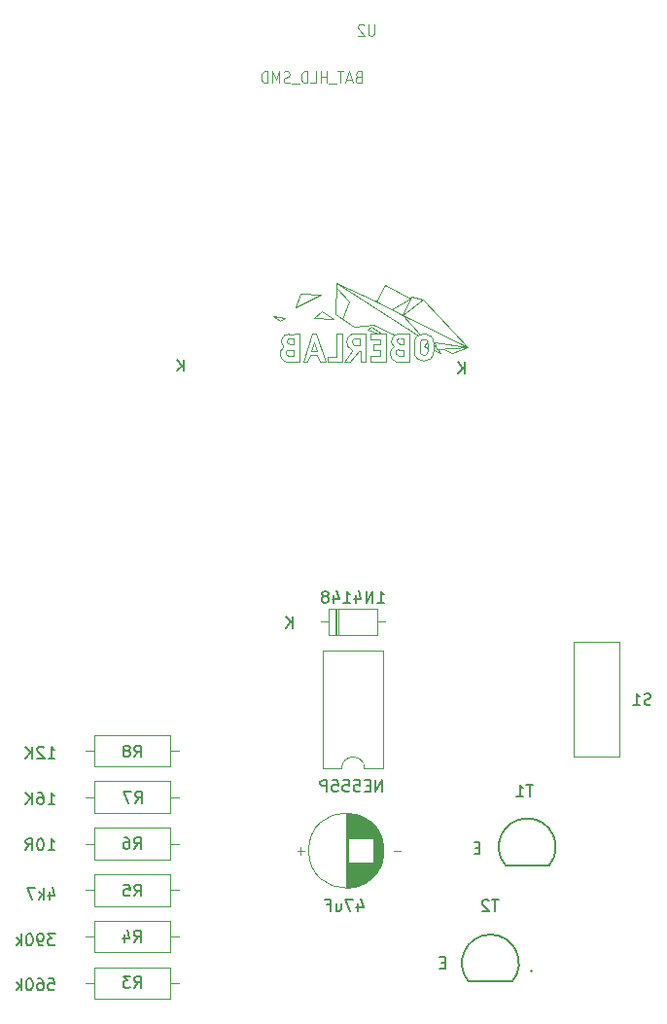
<source format=gbr>
%TF.GenerationSoftware,KiCad,Pcbnew,9.0.6*%
%TF.CreationDate,2025-12-13T06:32:17+01:00*%
%TF.ProjectId,Rocket,526f636b-6574-42e6-9b69-6361645f7063,rev?*%
%TF.SameCoordinates,Original*%
%TF.FileFunction,Legend,Bot*%
%TF.FilePolarity,Positive*%
%FSLAX46Y46*%
G04 Gerber Fmt 4.6, Leading zero omitted, Abs format (unit mm)*
G04 Created by KiCad (PCBNEW 9.0.6) date 2025-12-13 06:32:17*
%MOMM*%
%LPD*%
G01*
G04 APERTURE LIST*
%ADD10C,0.150000*%
%ADD11C,0.050000*%
%ADD12C,0.120000*%
%ADD13C,0.010000*%
G04 APERTURE END LIST*
D10*
X170324893Y-120600456D02*
G75*
G02*
X174110850Y-120583927I1885957J1616536D01*
G01*
X167114047Y-130716532D02*
X170900000Y-130700000D01*
X170324894Y-120600456D02*
X174110847Y-120583924D01*
X167114046Y-130716532D02*
G75*
G02*
X170900000Y-130700000I1885954J1616532D01*
G01*
X165063220Y-129046009D02*
X164729887Y-129046009D01*
X164587030Y-129569819D02*
X165063220Y-129569819D01*
X165063220Y-129569819D02*
X165063220Y-128569819D01*
X165063220Y-128569819D02*
X164587030Y-128569819D01*
X172706077Y-113569819D02*
X172134649Y-113569819D01*
X172420363Y-114569819D02*
X172420363Y-113569819D01*
X171277506Y-114569819D02*
X171848934Y-114569819D01*
X171563220Y-114569819D02*
X171563220Y-113569819D01*
X171563220Y-113569819D02*
X171658458Y-113712676D01*
X171658458Y-113712676D02*
X171753696Y-113807914D01*
X171753696Y-113807914D02*
X171848934Y-113855533D01*
X168063220Y-119046009D02*
X167729887Y-119046009D01*
X167587030Y-119569819D02*
X168063220Y-119569819D01*
X168063220Y-119569819D02*
X168063220Y-118569819D01*
X168063220Y-118569819D02*
X167587030Y-118569819D01*
X142261904Y-76545180D02*
X142261904Y-77545180D01*
X141690476Y-76545180D02*
X142119047Y-77116609D01*
X141690476Y-77545180D02*
X142261904Y-76973752D01*
X169706077Y-123569819D02*
X169134649Y-123569819D01*
X169420363Y-124569819D02*
X169420363Y-123569819D01*
X168848934Y-123665057D02*
X168801315Y-123617438D01*
X168801315Y-123617438D02*
X168706077Y-123569819D01*
X168706077Y-123569819D02*
X168467982Y-123569819D01*
X168467982Y-123569819D02*
X168372744Y-123617438D01*
X168372744Y-123617438D02*
X168325125Y-123665057D01*
X168325125Y-123665057D02*
X168277506Y-123760295D01*
X168277506Y-123760295D02*
X168277506Y-123855533D01*
X168277506Y-123855533D02*
X168325125Y-123998390D01*
X168325125Y-123998390D02*
X168896553Y-124569819D01*
X168896553Y-124569819D02*
X168277506Y-124569819D01*
X166761904Y-76745180D02*
X166761904Y-77745180D01*
X166190476Y-76745180D02*
X166619047Y-77316609D01*
X166190476Y-77745180D02*
X166761904Y-77173752D01*
X159176757Y-97728319D02*
X159748185Y-97728319D01*
X159462471Y-97728319D02*
X159462471Y-96728319D01*
X159462471Y-96728319D02*
X159557709Y-96871176D01*
X159557709Y-96871176D02*
X159652947Y-96966414D01*
X159652947Y-96966414D02*
X159748185Y-97014033D01*
X158748185Y-97728319D02*
X158748185Y-96728319D01*
X158748185Y-96728319D02*
X158176757Y-97728319D01*
X158176757Y-97728319D02*
X158176757Y-96728319D01*
X157271995Y-97061652D02*
X157271995Y-97728319D01*
X157510090Y-96680700D02*
X157748185Y-97394985D01*
X157748185Y-97394985D02*
X157129138Y-97394985D01*
X156224376Y-97728319D02*
X156795804Y-97728319D01*
X156510090Y-97728319D02*
X156510090Y-96728319D01*
X156510090Y-96728319D02*
X156605328Y-96871176D01*
X156605328Y-96871176D02*
X156700566Y-96966414D01*
X156700566Y-96966414D02*
X156795804Y-97014033D01*
X155367233Y-97061652D02*
X155367233Y-97728319D01*
X155605328Y-96680700D02*
X155843423Y-97394985D01*
X155843423Y-97394985D02*
X155224376Y-97394985D01*
X154700566Y-97156890D02*
X154795804Y-97109271D01*
X154795804Y-97109271D02*
X154843423Y-97061652D01*
X154843423Y-97061652D02*
X154891042Y-96966414D01*
X154891042Y-96966414D02*
X154891042Y-96918795D01*
X154891042Y-96918795D02*
X154843423Y-96823557D01*
X154843423Y-96823557D02*
X154795804Y-96775938D01*
X154795804Y-96775938D02*
X154700566Y-96728319D01*
X154700566Y-96728319D02*
X154510090Y-96728319D01*
X154510090Y-96728319D02*
X154414852Y-96775938D01*
X154414852Y-96775938D02*
X154367233Y-96823557D01*
X154367233Y-96823557D02*
X154319614Y-96918795D01*
X154319614Y-96918795D02*
X154319614Y-96966414D01*
X154319614Y-96966414D02*
X154367233Y-97061652D01*
X154367233Y-97061652D02*
X154414852Y-97109271D01*
X154414852Y-97109271D02*
X154510090Y-97156890D01*
X154510090Y-97156890D02*
X154700566Y-97156890D01*
X154700566Y-97156890D02*
X154795804Y-97204509D01*
X154795804Y-97204509D02*
X154843423Y-97252128D01*
X154843423Y-97252128D02*
X154891042Y-97347366D01*
X154891042Y-97347366D02*
X154891042Y-97537842D01*
X154891042Y-97537842D02*
X154843423Y-97633080D01*
X154843423Y-97633080D02*
X154795804Y-97680700D01*
X154795804Y-97680700D02*
X154700566Y-97728319D01*
X154700566Y-97728319D02*
X154510090Y-97728319D01*
X154510090Y-97728319D02*
X154414852Y-97680700D01*
X154414852Y-97680700D02*
X154367233Y-97633080D01*
X154367233Y-97633080D02*
X154319614Y-97537842D01*
X154319614Y-97537842D02*
X154319614Y-97347366D01*
X154319614Y-97347366D02*
X154367233Y-97252128D01*
X154367233Y-97252128D02*
X154414852Y-97204509D01*
X154414852Y-97204509D02*
X154510090Y-97156890D01*
X151761904Y-99954819D02*
X151761904Y-98954819D01*
X151190476Y-99954819D02*
X151619047Y-99383390D01*
X151190476Y-98954819D02*
X151761904Y-99526247D01*
X159566666Y-114154819D02*
X159566666Y-113154819D01*
X159566666Y-113154819D02*
X158995238Y-114154819D01*
X158995238Y-114154819D02*
X158995238Y-113154819D01*
X158519047Y-113631009D02*
X158185714Y-113631009D01*
X158042857Y-114154819D02*
X158519047Y-114154819D01*
X158519047Y-114154819D02*
X158519047Y-113154819D01*
X158519047Y-113154819D02*
X158042857Y-113154819D01*
X157138095Y-113154819D02*
X157614285Y-113154819D01*
X157614285Y-113154819D02*
X157661904Y-113631009D01*
X157661904Y-113631009D02*
X157614285Y-113583390D01*
X157614285Y-113583390D02*
X157519047Y-113535771D01*
X157519047Y-113535771D02*
X157280952Y-113535771D01*
X157280952Y-113535771D02*
X157185714Y-113583390D01*
X157185714Y-113583390D02*
X157138095Y-113631009D01*
X157138095Y-113631009D02*
X157090476Y-113726247D01*
X157090476Y-113726247D02*
X157090476Y-113964342D01*
X157090476Y-113964342D02*
X157138095Y-114059580D01*
X157138095Y-114059580D02*
X157185714Y-114107200D01*
X157185714Y-114107200D02*
X157280952Y-114154819D01*
X157280952Y-114154819D02*
X157519047Y-114154819D01*
X157519047Y-114154819D02*
X157614285Y-114107200D01*
X157614285Y-114107200D02*
X157661904Y-114059580D01*
X156185714Y-113154819D02*
X156661904Y-113154819D01*
X156661904Y-113154819D02*
X156709523Y-113631009D01*
X156709523Y-113631009D02*
X156661904Y-113583390D01*
X156661904Y-113583390D02*
X156566666Y-113535771D01*
X156566666Y-113535771D02*
X156328571Y-113535771D01*
X156328571Y-113535771D02*
X156233333Y-113583390D01*
X156233333Y-113583390D02*
X156185714Y-113631009D01*
X156185714Y-113631009D02*
X156138095Y-113726247D01*
X156138095Y-113726247D02*
X156138095Y-113964342D01*
X156138095Y-113964342D02*
X156185714Y-114059580D01*
X156185714Y-114059580D02*
X156233333Y-114107200D01*
X156233333Y-114107200D02*
X156328571Y-114154819D01*
X156328571Y-114154819D02*
X156566666Y-114154819D01*
X156566666Y-114154819D02*
X156661904Y-114107200D01*
X156661904Y-114107200D02*
X156709523Y-114059580D01*
X155233333Y-113154819D02*
X155709523Y-113154819D01*
X155709523Y-113154819D02*
X155757142Y-113631009D01*
X155757142Y-113631009D02*
X155709523Y-113583390D01*
X155709523Y-113583390D02*
X155614285Y-113535771D01*
X155614285Y-113535771D02*
X155376190Y-113535771D01*
X155376190Y-113535771D02*
X155280952Y-113583390D01*
X155280952Y-113583390D02*
X155233333Y-113631009D01*
X155233333Y-113631009D02*
X155185714Y-113726247D01*
X155185714Y-113726247D02*
X155185714Y-113964342D01*
X155185714Y-113964342D02*
X155233333Y-114059580D01*
X155233333Y-114059580D02*
X155280952Y-114107200D01*
X155280952Y-114107200D02*
X155376190Y-114154819D01*
X155376190Y-114154819D02*
X155614285Y-114154819D01*
X155614285Y-114154819D02*
X155709523Y-114107200D01*
X155709523Y-114107200D02*
X155757142Y-114059580D01*
X154757142Y-114154819D02*
X154757142Y-113154819D01*
X154757142Y-113154819D02*
X154376190Y-113154819D01*
X154376190Y-113154819D02*
X154280952Y-113202438D01*
X154280952Y-113202438D02*
X154233333Y-113250057D01*
X154233333Y-113250057D02*
X154185714Y-113345295D01*
X154185714Y-113345295D02*
X154185714Y-113488152D01*
X154185714Y-113488152D02*
X154233333Y-113583390D01*
X154233333Y-113583390D02*
X154280952Y-113631009D01*
X154280952Y-113631009D02*
X154376190Y-113678628D01*
X154376190Y-113678628D02*
X154757142Y-113678628D01*
X137986666Y-123254819D02*
X138319999Y-122778628D01*
X138558094Y-123254819D02*
X138558094Y-122254819D01*
X138558094Y-122254819D02*
X138177142Y-122254819D01*
X138177142Y-122254819D02*
X138081904Y-122302438D01*
X138081904Y-122302438D02*
X138034285Y-122350057D01*
X138034285Y-122350057D02*
X137986666Y-122445295D01*
X137986666Y-122445295D02*
X137986666Y-122588152D01*
X137986666Y-122588152D02*
X138034285Y-122683390D01*
X138034285Y-122683390D02*
X138081904Y-122731009D01*
X138081904Y-122731009D02*
X138177142Y-122778628D01*
X138177142Y-122778628D02*
X138558094Y-122778628D01*
X137081904Y-122254819D02*
X137558094Y-122254819D01*
X137558094Y-122254819D02*
X137605713Y-122731009D01*
X137605713Y-122731009D02*
X137558094Y-122683390D01*
X137558094Y-122683390D02*
X137462856Y-122635771D01*
X137462856Y-122635771D02*
X137224761Y-122635771D01*
X137224761Y-122635771D02*
X137129523Y-122683390D01*
X137129523Y-122683390D02*
X137081904Y-122731009D01*
X137081904Y-122731009D02*
X137034285Y-122826247D01*
X137034285Y-122826247D02*
X137034285Y-123064342D01*
X137034285Y-123064342D02*
X137081904Y-123159580D01*
X137081904Y-123159580D02*
X137129523Y-123207200D01*
X137129523Y-123207200D02*
X137224761Y-123254819D01*
X137224761Y-123254819D02*
X137462856Y-123254819D01*
X137462856Y-123254819D02*
X137558094Y-123207200D01*
X137558094Y-123207200D02*
X137605713Y-123159580D01*
X130590476Y-122888152D02*
X130590476Y-123554819D01*
X130828571Y-122507200D02*
X131066666Y-123221485D01*
X131066666Y-123221485D02*
X130447619Y-123221485D01*
X130066666Y-123554819D02*
X130066666Y-122554819D01*
X129971428Y-123173866D02*
X129685714Y-123554819D01*
X129685714Y-122888152D02*
X130066666Y-123269104D01*
X129352380Y-122554819D02*
X128685714Y-122554819D01*
X128685714Y-122554819D02*
X129114285Y-123554819D01*
X137986666Y-131254819D02*
X138319999Y-130778628D01*
X138558094Y-131254819D02*
X138558094Y-130254819D01*
X138558094Y-130254819D02*
X138177142Y-130254819D01*
X138177142Y-130254819D02*
X138081904Y-130302438D01*
X138081904Y-130302438D02*
X138034285Y-130350057D01*
X138034285Y-130350057D02*
X137986666Y-130445295D01*
X137986666Y-130445295D02*
X137986666Y-130588152D01*
X137986666Y-130588152D02*
X138034285Y-130683390D01*
X138034285Y-130683390D02*
X138081904Y-130731009D01*
X138081904Y-130731009D02*
X138177142Y-130778628D01*
X138177142Y-130778628D02*
X138558094Y-130778628D01*
X137653332Y-130254819D02*
X137034285Y-130254819D01*
X137034285Y-130254819D02*
X137367618Y-130635771D01*
X137367618Y-130635771D02*
X137224761Y-130635771D01*
X137224761Y-130635771D02*
X137129523Y-130683390D01*
X137129523Y-130683390D02*
X137081904Y-130731009D01*
X137081904Y-130731009D02*
X137034285Y-130826247D01*
X137034285Y-130826247D02*
X137034285Y-131064342D01*
X137034285Y-131064342D02*
X137081904Y-131159580D01*
X137081904Y-131159580D02*
X137129523Y-131207200D01*
X137129523Y-131207200D02*
X137224761Y-131254819D01*
X137224761Y-131254819D02*
X137510475Y-131254819D01*
X137510475Y-131254819D02*
X137605713Y-131207200D01*
X137605713Y-131207200D02*
X137653332Y-131159580D01*
X130519047Y-130454819D02*
X130995237Y-130454819D01*
X130995237Y-130454819D02*
X131042856Y-130931009D01*
X131042856Y-130931009D02*
X130995237Y-130883390D01*
X130995237Y-130883390D02*
X130899999Y-130835771D01*
X130899999Y-130835771D02*
X130661904Y-130835771D01*
X130661904Y-130835771D02*
X130566666Y-130883390D01*
X130566666Y-130883390D02*
X130519047Y-130931009D01*
X130519047Y-130931009D02*
X130471428Y-131026247D01*
X130471428Y-131026247D02*
X130471428Y-131264342D01*
X130471428Y-131264342D02*
X130519047Y-131359580D01*
X130519047Y-131359580D02*
X130566666Y-131407200D01*
X130566666Y-131407200D02*
X130661904Y-131454819D01*
X130661904Y-131454819D02*
X130899999Y-131454819D01*
X130899999Y-131454819D02*
X130995237Y-131407200D01*
X130995237Y-131407200D02*
X131042856Y-131359580D01*
X129614285Y-130454819D02*
X129804761Y-130454819D01*
X129804761Y-130454819D02*
X129899999Y-130502438D01*
X129899999Y-130502438D02*
X129947618Y-130550057D01*
X129947618Y-130550057D02*
X130042856Y-130692914D01*
X130042856Y-130692914D02*
X130090475Y-130883390D01*
X130090475Y-130883390D02*
X130090475Y-131264342D01*
X130090475Y-131264342D02*
X130042856Y-131359580D01*
X130042856Y-131359580D02*
X129995237Y-131407200D01*
X129995237Y-131407200D02*
X129899999Y-131454819D01*
X129899999Y-131454819D02*
X129709523Y-131454819D01*
X129709523Y-131454819D02*
X129614285Y-131407200D01*
X129614285Y-131407200D02*
X129566666Y-131359580D01*
X129566666Y-131359580D02*
X129519047Y-131264342D01*
X129519047Y-131264342D02*
X129519047Y-131026247D01*
X129519047Y-131026247D02*
X129566666Y-130931009D01*
X129566666Y-130931009D02*
X129614285Y-130883390D01*
X129614285Y-130883390D02*
X129709523Y-130835771D01*
X129709523Y-130835771D02*
X129899999Y-130835771D01*
X129899999Y-130835771D02*
X129995237Y-130883390D01*
X129995237Y-130883390D02*
X130042856Y-130931009D01*
X130042856Y-130931009D02*
X130090475Y-131026247D01*
X128899999Y-130454819D02*
X128804761Y-130454819D01*
X128804761Y-130454819D02*
X128709523Y-130502438D01*
X128709523Y-130502438D02*
X128661904Y-130550057D01*
X128661904Y-130550057D02*
X128614285Y-130645295D01*
X128614285Y-130645295D02*
X128566666Y-130835771D01*
X128566666Y-130835771D02*
X128566666Y-131073866D01*
X128566666Y-131073866D02*
X128614285Y-131264342D01*
X128614285Y-131264342D02*
X128661904Y-131359580D01*
X128661904Y-131359580D02*
X128709523Y-131407200D01*
X128709523Y-131407200D02*
X128804761Y-131454819D01*
X128804761Y-131454819D02*
X128899999Y-131454819D01*
X128899999Y-131454819D02*
X128995237Y-131407200D01*
X128995237Y-131407200D02*
X129042856Y-131359580D01*
X129042856Y-131359580D02*
X129090475Y-131264342D01*
X129090475Y-131264342D02*
X129138094Y-131073866D01*
X129138094Y-131073866D02*
X129138094Y-130835771D01*
X129138094Y-130835771D02*
X129090475Y-130645295D01*
X129090475Y-130645295D02*
X129042856Y-130550057D01*
X129042856Y-130550057D02*
X128995237Y-130502438D01*
X128995237Y-130502438D02*
X128899999Y-130454819D01*
X128138094Y-131454819D02*
X128138094Y-130454819D01*
X128042856Y-131073866D02*
X127757142Y-131454819D01*
X127757142Y-130788152D02*
X128138094Y-131169104D01*
X157466666Y-123888152D02*
X157466666Y-124554819D01*
X157704761Y-123507200D02*
X157942856Y-124221485D01*
X157942856Y-124221485D02*
X157323809Y-124221485D01*
X157038094Y-123554819D02*
X156371428Y-123554819D01*
X156371428Y-123554819D02*
X156799999Y-124554819D01*
X155561904Y-123888152D02*
X155561904Y-124554819D01*
X155990475Y-123888152D02*
X155990475Y-124411961D01*
X155990475Y-124411961D02*
X155942856Y-124507200D01*
X155942856Y-124507200D02*
X155847618Y-124554819D01*
X155847618Y-124554819D02*
X155704761Y-124554819D01*
X155704761Y-124554819D02*
X155609523Y-124507200D01*
X155609523Y-124507200D02*
X155561904Y-124459580D01*
X154752380Y-124031009D02*
X155085713Y-124031009D01*
X155085713Y-124554819D02*
X155085713Y-123554819D01*
X155085713Y-123554819D02*
X154609523Y-123554819D01*
D11*
X158869714Y-47352019D02*
X158869714Y-48161542D01*
X158869714Y-48161542D02*
X158826857Y-48256780D01*
X158826857Y-48256780D02*
X158784000Y-48304400D01*
X158784000Y-48304400D02*
X158698285Y-48352019D01*
X158698285Y-48352019D02*
X158526857Y-48352019D01*
X158526857Y-48352019D02*
X158441142Y-48304400D01*
X158441142Y-48304400D02*
X158398285Y-48256780D01*
X158398285Y-48256780D02*
X158355428Y-48161542D01*
X158355428Y-48161542D02*
X158355428Y-47352019D01*
X157969714Y-47447257D02*
X157926857Y-47399638D01*
X157926857Y-47399638D02*
X157841143Y-47352019D01*
X157841143Y-47352019D02*
X157626857Y-47352019D01*
X157626857Y-47352019D02*
X157541143Y-47399638D01*
X157541143Y-47399638D02*
X157498285Y-47447257D01*
X157498285Y-47447257D02*
X157455428Y-47542495D01*
X157455428Y-47542495D02*
X157455428Y-47637733D01*
X157455428Y-47637733D02*
X157498285Y-47780590D01*
X157498285Y-47780590D02*
X158012571Y-48352019D01*
X158012571Y-48352019D02*
X157455428Y-48352019D01*
X157462570Y-51948209D02*
X157333998Y-51995828D01*
X157333998Y-51995828D02*
X157291141Y-52043447D01*
X157291141Y-52043447D02*
X157248284Y-52138685D01*
X157248284Y-52138685D02*
X157248284Y-52281542D01*
X157248284Y-52281542D02*
X157291141Y-52376780D01*
X157291141Y-52376780D02*
X157333998Y-52424400D01*
X157333998Y-52424400D02*
X157419713Y-52472019D01*
X157419713Y-52472019D02*
X157762570Y-52472019D01*
X157762570Y-52472019D02*
X157762570Y-51472019D01*
X157762570Y-51472019D02*
X157462570Y-51472019D01*
X157462570Y-51472019D02*
X157376856Y-51519638D01*
X157376856Y-51519638D02*
X157333998Y-51567257D01*
X157333998Y-51567257D02*
X157291141Y-51662495D01*
X157291141Y-51662495D02*
X157291141Y-51757733D01*
X157291141Y-51757733D02*
X157333998Y-51852971D01*
X157333998Y-51852971D02*
X157376856Y-51900590D01*
X157376856Y-51900590D02*
X157462570Y-51948209D01*
X157462570Y-51948209D02*
X157762570Y-51948209D01*
X156905427Y-52186304D02*
X156476856Y-52186304D01*
X156991141Y-52472019D02*
X156691141Y-51472019D01*
X156691141Y-51472019D02*
X156391141Y-52472019D01*
X156219712Y-51472019D02*
X155705427Y-51472019D01*
X155962569Y-52472019D02*
X155962569Y-51472019D01*
X155619713Y-52567257D02*
X154933998Y-52567257D01*
X154719713Y-52472019D02*
X154719713Y-51472019D01*
X154719713Y-51948209D02*
X154205427Y-51948209D01*
X154205427Y-52472019D02*
X154205427Y-51472019D01*
X153348284Y-52472019D02*
X153776856Y-52472019D01*
X153776856Y-52472019D02*
X153776856Y-51472019D01*
X153048285Y-52472019D02*
X153048285Y-51472019D01*
X153048285Y-51472019D02*
X152833999Y-51472019D01*
X152833999Y-51472019D02*
X152705428Y-51519638D01*
X152705428Y-51519638D02*
X152619713Y-51614876D01*
X152619713Y-51614876D02*
X152576856Y-51710114D01*
X152576856Y-51710114D02*
X152533999Y-51900590D01*
X152533999Y-51900590D02*
X152533999Y-52043447D01*
X152533999Y-52043447D02*
X152576856Y-52233923D01*
X152576856Y-52233923D02*
X152619713Y-52329161D01*
X152619713Y-52329161D02*
X152705428Y-52424400D01*
X152705428Y-52424400D02*
X152833999Y-52472019D01*
X152833999Y-52472019D02*
X153048285Y-52472019D01*
X152362571Y-52567257D02*
X151676856Y-52567257D01*
X151505428Y-52424400D02*
X151376857Y-52472019D01*
X151376857Y-52472019D02*
X151162571Y-52472019D01*
X151162571Y-52472019D02*
X151076857Y-52424400D01*
X151076857Y-52424400D02*
X151033999Y-52376780D01*
X151033999Y-52376780D02*
X150991142Y-52281542D01*
X150991142Y-52281542D02*
X150991142Y-52186304D01*
X150991142Y-52186304D02*
X151033999Y-52091066D01*
X151033999Y-52091066D02*
X151076857Y-52043447D01*
X151076857Y-52043447D02*
X151162571Y-51995828D01*
X151162571Y-51995828D02*
X151333999Y-51948209D01*
X151333999Y-51948209D02*
X151419714Y-51900590D01*
X151419714Y-51900590D02*
X151462571Y-51852971D01*
X151462571Y-51852971D02*
X151505428Y-51757733D01*
X151505428Y-51757733D02*
X151505428Y-51662495D01*
X151505428Y-51662495D02*
X151462571Y-51567257D01*
X151462571Y-51567257D02*
X151419714Y-51519638D01*
X151419714Y-51519638D02*
X151333999Y-51472019D01*
X151333999Y-51472019D02*
X151119714Y-51472019D01*
X151119714Y-51472019D02*
X150991142Y-51519638D01*
X150605428Y-52472019D02*
X150605428Y-51472019D01*
X150605428Y-51472019D02*
X150305428Y-52186304D01*
X150305428Y-52186304D02*
X150005428Y-51472019D01*
X150005428Y-51472019D02*
X150005428Y-52472019D01*
X149576857Y-52472019D02*
X149576857Y-51472019D01*
X149576857Y-51472019D02*
X149362571Y-51472019D01*
X149362571Y-51472019D02*
X149234000Y-51519638D01*
X149234000Y-51519638D02*
X149148285Y-51614876D01*
X149148285Y-51614876D02*
X149105428Y-51710114D01*
X149105428Y-51710114D02*
X149062571Y-51900590D01*
X149062571Y-51900590D02*
X149062571Y-52043447D01*
X149062571Y-52043447D02*
X149105428Y-52233923D01*
X149105428Y-52233923D02*
X149148285Y-52329161D01*
X149148285Y-52329161D02*
X149234000Y-52424400D01*
X149234000Y-52424400D02*
X149362571Y-52472019D01*
X149362571Y-52472019D02*
X149576857Y-52472019D01*
D10*
X137966666Y-127254819D02*
X138299999Y-126778628D01*
X138538094Y-127254819D02*
X138538094Y-126254819D01*
X138538094Y-126254819D02*
X138157142Y-126254819D01*
X138157142Y-126254819D02*
X138061904Y-126302438D01*
X138061904Y-126302438D02*
X138014285Y-126350057D01*
X138014285Y-126350057D02*
X137966666Y-126445295D01*
X137966666Y-126445295D02*
X137966666Y-126588152D01*
X137966666Y-126588152D02*
X138014285Y-126683390D01*
X138014285Y-126683390D02*
X138061904Y-126731009D01*
X138061904Y-126731009D02*
X138157142Y-126778628D01*
X138157142Y-126778628D02*
X138538094Y-126778628D01*
X137109523Y-126588152D02*
X137109523Y-127254819D01*
X137347618Y-126207200D02*
X137585713Y-126921485D01*
X137585713Y-126921485D02*
X136966666Y-126921485D01*
X131090475Y-126554819D02*
X130471428Y-126554819D01*
X130471428Y-126554819D02*
X130804761Y-126935771D01*
X130804761Y-126935771D02*
X130661904Y-126935771D01*
X130661904Y-126935771D02*
X130566666Y-126983390D01*
X130566666Y-126983390D02*
X130519047Y-127031009D01*
X130519047Y-127031009D02*
X130471428Y-127126247D01*
X130471428Y-127126247D02*
X130471428Y-127364342D01*
X130471428Y-127364342D02*
X130519047Y-127459580D01*
X130519047Y-127459580D02*
X130566666Y-127507200D01*
X130566666Y-127507200D02*
X130661904Y-127554819D01*
X130661904Y-127554819D02*
X130947618Y-127554819D01*
X130947618Y-127554819D02*
X131042856Y-127507200D01*
X131042856Y-127507200D02*
X131090475Y-127459580D01*
X129995237Y-127554819D02*
X129804761Y-127554819D01*
X129804761Y-127554819D02*
X129709523Y-127507200D01*
X129709523Y-127507200D02*
X129661904Y-127459580D01*
X129661904Y-127459580D02*
X129566666Y-127316723D01*
X129566666Y-127316723D02*
X129519047Y-127126247D01*
X129519047Y-127126247D02*
X129519047Y-126745295D01*
X129519047Y-126745295D02*
X129566666Y-126650057D01*
X129566666Y-126650057D02*
X129614285Y-126602438D01*
X129614285Y-126602438D02*
X129709523Y-126554819D01*
X129709523Y-126554819D02*
X129899999Y-126554819D01*
X129899999Y-126554819D02*
X129995237Y-126602438D01*
X129995237Y-126602438D02*
X130042856Y-126650057D01*
X130042856Y-126650057D02*
X130090475Y-126745295D01*
X130090475Y-126745295D02*
X130090475Y-126983390D01*
X130090475Y-126983390D02*
X130042856Y-127078628D01*
X130042856Y-127078628D02*
X129995237Y-127126247D01*
X129995237Y-127126247D02*
X129899999Y-127173866D01*
X129899999Y-127173866D02*
X129709523Y-127173866D01*
X129709523Y-127173866D02*
X129614285Y-127126247D01*
X129614285Y-127126247D02*
X129566666Y-127078628D01*
X129566666Y-127078628D02*
X129519047Y-126983390D01*
X128899999Y-126554819D02*
X128804761Y-126554819D01*
X128804761Y-126554819D02*
X128709523Y-126602438D01*
X128709523Y-126602438D02*
X128661904Y-126650057D01*
X128661904Y-126650057D02*
X128614285Y-126745295D01*
X128614285Y-126745295D02*
X128566666Y-126935771D01*
X128566666Y-126935771D02*
X128566666Y-127173866D01*
X128566666Y-127173866D02*
X128614285Y-127364342D01*
X128614285Y-127364342D02*
X128661904Y-127459580D01*
X128661904Y-127459580D02*
X128709523Y-127507200D01*
X128709523Y-127507200D02*
X128804761Y-127554819D01*
X128804761Y-127554819D02*
X128899999Y-127554819D01*
X128899999Y-127554819D02*
X128995237Y-127507200D01*
X128995237Y-127507200D02*
X129042856Y-127459580D01*
X129042856Y-127459580D02*
X129090475Y-127364342D01*
X129090475Y-127364342D02*
X129138094Y-127173866D01*
X129138094Y-127173866D02*
X129138094Y-126935771D01*
X129138094Y-126935771D02*
X129090475Y-126745295D01*
X129090475Y-126745295D02*
X129042856Y-126650057D01*
X129042856Y-126650057D02*
X128995237Y-126602438D01*
X128995237Y-126602438D02*
X128899999Y-126554819D01*
X128138094Y-127554819D02*
X128138094Y-126554819D01*
X128042856Y-127173866D02*
X127757142Y-127554819D01*
X127757142Y-126888152D02*
X128138094Y-127269104D01*
X137986666Y-111154819D02*
X138319999Y-110678628D01*
X138558094Y-111154819D02*
X138558094Y-110154819D01*
X138558094Y-110154819D02*
X138177142Y-110154819D01*
X138177142Y-110154819D02*
X138081904Y-110202438D01*
X138081904Y-110202438D02*
X138034285Y-110250057D01*
X138034285Y-110250057D02*
X137986666Y-110345295D01*
X137986666Y-110345295D02*
X137986666Y-110488152D01*
X137986666Y-110488152D02*
X138034285Y-110583390D01*
X138034285Y-110583390D02*
X138081904Y-110631009D01*
X138081904Y-110631009D02*
X138177142Y-110678628D01*
X138177142Y-110678628D02*
X138558094Y-110678628D01*
X137415237Y-110583390D02*
X137510475Y-110535771D01*
X137510475Y-110535771D02*
X137558094Y-110488152D01*
X137558094Y-110488152D02*
X137605713Y-110392914D01*
X137605713Y-110392914D02*
X137605713Y-110345295D01*
X137605713Y-110345295D02*
X137558094Y-110250057D01*
X137558094Y-110250057D02*
X137510475Y-110202438D01*
X137510475Y-110202438D02*
X137415237Y-110154819D01*
X137415237Y-110154819D02*
X137224761Y-110154819D01*
X137224761Y-110154819D02*
X137129523Y-110202438D01*
X137129523Y-110202438D02*
X137081904Y-110250057D01*
X137081904Y-110250057D02*
X137034285Y-110345295D01*
X137034285Y-110345295D02*
X137034285Y-110392914D01*
X137034285Y-110392914D02*
X137081904Y-110488152D01*
X137081904Y-110488152D02*
X137129523Y-110535771D01*
X137129523Y-110535771D02*
X137224761Y-110583390D01*
X137224761Y-110583390D02*
X137415237Y-110583390D01*
X137415237Y-110583390D02*
X137510475Y-110631009D01*
X137510475Y-110631009D02*
X137558094Y-110678628D01*
X137558094Y-110678628D02*
X137605713Y-110773866D01*
X137605713Y-110773866D02*
X137605713Y-110964342D01*
X137605713Y-110964342D02*
X137558094Y-111059580D01*
X137558094Y-111059580D02*
X137510475Y-111107200D01*
X137510475Y-111107200D02*
X137415237Y-111154819D01*
X137415237Y-111154819D02*
X137224761Y-111154819D01*
X137224761Y-111154819D02*
X137129523Y-111107200D01*
X137129523Y-111107200D02*
X137081904Y-111059580D01*
X137081904Y-111059580D02*
X137034285Y-110964342D01*
X137034285Y-110964342D02*
X137034285Y-110773866D01*
X137034285Y-110773866D02*
X137081904Y-110678628D01*
X137081904Y-110678628D02*
X137129523Y-110631009D01*
X137129523Y-110631009D02*
X137224761Y-110583390D01*
X130490476Y-111254819D02*
X131061904Y-111254819D01*
X130776190Y-111254819D02*
X130776190Y-110254819D01*
X130776190Y-110254819D02*
X130871428Y-110397676D01*
X130871428Y-110397676D02*
X130966666Y-110492914D01*
X130966666Y-110492914D02*
X131061904Y-110540533D01*
X130109523Y-110350057D02*
X130061904Y-110302438D01*
X130061904Y-110302438D02*
X129966666Y-110254819D01*
X129966666Y-110254819D02*
X129728571Y-110254819D01*
X129728571Y-110254819D02*
X129633333Y-110302438D01*
X129633333Y-110302438D02*
X129585714Y-110350057D01*
X129585714Y-110350057D02*
X129538095Y-110445295D01*
X129538095Y-110445295D02*
X129538095Y-110540533D01*
X129538095Y-110540533D02*
X129585714Y-110683390D01*
X129585714Y-110683390D02*
X130157142Y-111254819D01*
X130157142Y-111254819D02*
X129538095Y-111254819D01*
X129109523Y-111254819D02*
X129109523Y-110254819D01*
X128538095Y-111254819D02*
X128966666Y-110683390D01*
X128538095Y-110254819D02*
X129109523Y-110826247D01*
X138066666Y-115154819D02*
X138399999Y-114678628D01*
X138638094Y-115154819D02*
X138638094Y-114154819D01*
X138638094Y-114154819D02*
X138257142Y-114154819D01*
X138257142Y-114154819D02*
X138161904Y-114202438D01*
X138161904Y-114202438D02*
X138114285Y-114250057D01*
X138114285Y-114250057D02*
X138066666Y-114345295D01*
X138066666Y-114345295D02*
X138066666Y-114488152D01*
X138066666Y-114488152D02*
X138114285Y-114583390D01*
X138114285Y-114583390D02*
X138161904Y-114631009D01*
X138161904Y-114631009D02*
X138257142Y-114678628D01*
X138257142Y-114678628D02*
X138638094Y-114678628D01*
X137733332Y-114154819D02*
X137066666Y-114154819D01*
X137066666Y-114154819D02*
X137495237Y-115154819D01*
X130490476Y-115254819D02*
X131061904Y-115254819D01*
X130776190Y-115254819D02*
X130776190Y-114254819D01*
X130776190Y-114254819D02*
X130871428Y-114397676D01*
X130871428Y-114397676D02*
X130966666Y-114492914D01*
X130966666Y-114492914D02*
X131061904Y-114540533D01*
X129633333Y-114254819D02*
X129823809Y-114254819D01*
X129823809Y-114254819D02*
X129919047Y-114302438D01*
X129919047Y-114302438D02*
X129966666Y-114350057D01*
X129966666Y-114350057D02*
X130061904Y-114492914D01*
X130061904Y-114492914D02*
X130109523Y-114683390D01*
X130109523Y-114683390D02*
X130109523Y-115064342D01*
X130109523Y-115064342D02*
X130061904Y-115159580D01*
X130061904Y-115159580D02*
X130014285Y-115207200D01*
X130014285Y-115207200D02*
X129919047Y-115254819D01*
X129919047Y-115254819D02*
X129728571Y-115254819D01*
X129728571Y-115254819D02*
X129633333Y-115207200D01*
X129633333Y-115207200D02*
X129585714Y-115159580D01*
X129585714Y-115159580D02*
X129538095Y-115064342D01*
X129538095Y-115064342D02*
X129538095Y-114826247D01*
X129538095Y-114826247D02*
X129585714Y-114731009D01*
X129585714Y-114731009D02*
X129633333Y-114683390D01*
X129633333Y-114683390D02*
X129728571Y-114635771D01*
X129728571Y-114635771D02*
X129919047Y-114635771D01*
X129919047Y-114635771D02*
X130014285Y-114683390D01*
X130014285Y-114683390D02*
X130061904Y-114731009D01*
X130061904Y-114731009D02*
X130109523Y-114826247D01*
X129109523Y-115254819D02*
X129109523Y-114254819D01*
X128538095Y-115254819D02*
X128966666Y-114683390D01*
X128538095Y-114254819D02*
X129109523Y-114826247D01*
X137966666Y-119154819D02*
X138299999Y-118678628D01*
X138538094Y-119154819D02*
X138538094Y-118154819D01*
X138538094Y-118154819D02*
X138157142Y-118154819D01*
X138157142Y-118154819D02*
X138061904Y-118202438D01*
X138061904Y-118202438D02*
X138014285Y-118250057D01*
X138014285Y-118250057D02*
X137966666Y-118345295D01*
X137966666Y-118345295D02*
X137966666Y-118488152D01*
X137966666Y-118488152D02*
X138014285Y-118583390D01*
X138014285Y-118583390D02*
X138061904Y-118631009D01*
X138061904Y-118631009D02*
X138157142Y-118678628D01*
X138157142Y-118678628D02*
X138538094Y-118678628D01*
X137109523Y-118154819D02*
X137299999Y-118154819D01*
X137299999Y-118154819D02*
X137395237Y-118202438D01*
X137395237Y-118202438D02*
X137442856Y-118250057D01*
X137442856Y-118250057D02*
X137538094Y-118392914D01*
X137538094Y-118392914D02*
X137585713Y-118583390D01*
X137585713Y-118583390D02*
X137585713Y-118964342D01*
X137585713Y-118964342D02*
X137538094Y-119059580D01*
X137538094Y-119059580D02*
X137490475Y-119107200D01*
X137490475Y-119107200D02*
X137395237Y-119154819D01*
X137395237Y-119154819D02*
X137204761Y-119154819D01*
X137204761Y-119154819D02*
X137109523Y-119107200D01*
X137109523Y-119107200D02*
X137061904Y-119059580D01*
X137061904Y-119059580D02*
X137014285Y-118964342D01*
X137014285Y-118964342D02*
X137014285Y-118726247D01*
X137014285Y-118726247D02*
X137061904Y-118631009D01*
X137061904Y-118631009D02*
X137109523Y-118583390D01*
X137109523Y-118583390D02*
X137204761Y-118535771D01*
X137204761Y-118535771D02*
X137395237Y-118535771D01*
X137395237Y-118535771D02*
X137490475Y-118583390D01*
X137490475Y-118583390D02*
X137538094Y-118631009D01*
X137538094Y-118631009D02*
X137585713Y-118726247D01*
X130490476Y-119254819D02*
X131061904Y-119254819D01*
X130776190Y-119254819D02*
X130776190Y-118254819D01*
X130776190Y-118254819D02*
X130871428Y-118397676D01*
X130871428Y-118397676D02*
X130966666Y-118492914D01*
X130966666Y-118492914D02*
X131061904Y-118540533D01*
X129871428Y-118254819D02*
X129776190Y-118254819D01*
X129776190Y-118254819D02*
X129680952Y-118302438D01*
X129680952Y-118302438D02*
X129633333Y-118350057D01*
X129633333Y-118350057D02*
X129585714Y-118445295D01*
X129585714Y-118445295D02*
X129538095Y-118635771D01*
X129538095Y-118635771D02*
X129538095Y-118873866D01*
X129538095Y-118873866D02*
X129585714Y-119064342D01*
X129585714Y-119064342D02*
X129633333Y-119159580D01*
X129633333Y-119159580D02*
X129680952Y-119207200D01*
X129680952Y-119207200D02*
X129776190Y-119254819D01*
X129776190Y-119254819D02*
X129871428Y-119254819D01*
X129871428Y-119254819D02*
X129966666Y-119207200D01*
X129966666Y-119207200D02*
X130014285Y-119159580D01*
X130014285Y-119159580D02*
X130061904Y-119064342D01*
X130061904Y-119064342D02*
X130109523Y-118873866D01*
X130109523Y-118873866D02*
X130109523Y-118635771D01*
X130109523Y-118635771D02*
X130061904Y-118445295D01*
X130061904Y-118445295D02*
X130014285Y-118350057D01*
X130014285Y-118350057D02*
X129966666Y-118302438D01*
X129966666Y-118302438D02*
X129871428Y-118254819D01*
X128538095Y-119254819D02*
X128871428Y-118778628D01*
X129109523Y-119254819D02*
X129109523Y-118254819D01*
X129109523Y-118254819D02*
X128728571Y-118254819D01*
X128728571Y-118254819D02*
X128633333Y-118302438D01*
X128633333Y-118302438D02*
X128585714Y-118350057D01*
X128585714Y-118350057D02*
X128538095Y-118445295D01*
X128538095Y-118445295D02*
X128538095Y-118588152D01*
X128538095Y-118588152D02*
X128585714Y-118683390D01*
X128585714Y-118683390D02*
X128633333Y-118731009D01*
X128633333Y-118731009D02*
X128728571Y-118778628D01*
X128728571Y-118778628D02*
X129109523Y-118778628D01*
X182961904Y-106567200D02*
X182819047Y-106614819D01*
X182819047Y-106614819D02*
X182580952Y-106614819D01*
X182580952Y-106614819D02*
X182485714Y-106567200D01*
X182485714Y-106567200D02*
X182438095Y-106519580D01*
X182438095Y-106519580D02*
X182390476Y-106424342D01*
X182390476Y-106424342D02*
X182390476Y-106329104D01*
X182390476Y-106329104D02*
X182438095Y-106233866D01*
X182438095Y-106233866D02*
X182485714Y-106186247D01*
X182485714Y-106186247D02*
X182580952Y-106138628D01*
X182580952Y-106138628D02*
X182771428Y-106091009D01*
X182771428Y-106091009D02*
X182866666Y-106043390D01*
X182866666Y-106043390D02*
X182914285Y-105995771D01*
X182914285Y-105995771D02*
X182961904Y-105900533D01*
X182961904Y-105900533D02*
X182961904Y-105805295D01*
X182961904Y-105805295D02*
X182914285Y-105710057D01*
X182914285Y-105710057D02*
X182866666Y-105662438D01*
X182866666Y-105662438D02*
X182771428Y-105614819D01*
X182771428Y-105614819D02*
X182533333Y-105614819D01*
X182533333Y-105614819D02*
X182390476Y-105662438D01*
X181438095Y-106614819D02*
X182009523Y-106614819D01*
X181723809Y-106614819D02*
X181723809Y-105614819D01*
X181723809Y-105614819D02*
X181819047Y-105757676D01*
X181819047Y-105757676D02*
X181914285Y-105852914D01*
X181914285Y-105852914D02*
X182009523Y-105900533D01*
D11*
%TO.C,G\u002A\u002A\u002A*%
X150125000Y-72750000D02*
X150700000Y-73225000D01*
X150700000Y-73225000D02*
X151125000Y-72900000D01*
X151125000Y-72900000D02*
X150125000Y-72750000D01*
D12*
X151450000Y-74338605D02*
X152350000Y-74325000D01*
X151849999Y-75720050D02*
X151449999Y-75720050D01*
X151850000Y-74725000D02*
X151600000Y-74725000D01*
X151850000Y-74775000D02*
X151850000Y-75225000D01*
X151850000Y-75225000D02*
X151550000Y-75225000D01*
X151850000Y-75725000D02*
X151850000Y-76225000D01*
X151850000Y-76225000D02*
X151400000Y-76225000D01*
D11*
X152075000Y-72025000D02*
X152425000Y-70850000D01*
D12*
X152350000Y-74325000D02*
X152400000Y-76775000D01*
X152400000Y-76775000D02*
X151200000Y-76775000D01*
D11*
X152425000Y-70850000D02*
X154225000Y-70900000D01*
D12*
X152675000Y-76775000D02*
X153450000Y-74325000D01*
X153075000Y-76775000D02*
X152675000Y-76775000D01*
X153325000Y-76175000D02*
X153075000Y-76775000D01*
X153400000Y-75775000D02*
X153625000Y-75025000D01*
X153450000Y-74325000D02*
X153775000Y-74325000D01*
X153625000Y-75025000D02*
X153900000Y-75775000D01*
D11*
X153650000Y-72950000D02*
X155325000Y-73050000D01*
D12*
X153775000Y-74325000D02*
X154675000Y-76775000D01*
X153900000Y-75775000D02*
X153400000Y-75775000D01*
X153925000Y-76175000D02*
X153325000Y-76175000D01*
X154175000Y-76775000D02*
X153925000Y-76175000D01*
X154175000Y-76775000D02*
X154675000Y-76775000D01*
D11*
X154225000Y-70900000D02*
X152075000Y-72025000D01*
X154350000Y-72375000D02*
X153650000Y-72950000D01*
D12*
X154850000Y-76300000D02*
X154850000Y-76750000D01*
X154850000Y-76750000D02*
X156100000Y-76750000D01*
D11*
X155350000Y-73050000D02*
X154350000Y-72375000D01*
X155500000Y-72600000D02*
X157125000Y-73725000D01*
X155550000Y-70275000D02*
X156675000Y-71500000D01*
X155575000Y-69875000D02*
X155500000Y-72600000D01*
D12*
X155600000Y-76300000D02*
X154850000Y-76300000D01*
X155625000Y-74300000D02*
X155600000Y-76300000D01*
X156075000Y-74300000D02*
X155625000Y-74300000D01*
X156100000Y-76750000D02*
X156075000Y-74300000D01*
X156275000Y-76750000D02*
X156975000Y-75800000D01*
X156375000Y-76750000D02*
X156275000Y-76750000D01*
D11*
X156675000Y-71500000D02*
X156100000Y-73000000D01*
D12*
X156775000Y-76750000D02*
X156375000Y-76750000D01*
X157016269Y-74294594D02*
X158125000Y-74300000D01*
D11*
X157125000Y-73725000D02*
X158800000Y-73500000D01*
D12*
X157175000Y-74750000D02*
X157625000Y-74750000D01*
X157525000Y-75800000D02*
X156775000Y-76750000D01*
X157625000Y-74750000D02*
X157625000Y-75300000D01*
X157625000Y-75300000D02*
X157125000Y-75300000D01*
X157675000Y-75800000D02*
X157525000Y-75800000D01*
X157675000Y-76750000D02*
X157675000Y-75800000D01*
X158125000Y-74300000D02*
X158125000Y-76750000D01*
X158125000Y-76750000D02*
X157675000Y-76750000D01*
D11*
X158275000Y-73950000D02*
X159250000Y-74300000D01*
D12*
X158575000Y-74300000D02*
X159875000Y-74300000D01*
X158575000Y-74800000D02*
X158575000Y-74300000D01*
X158575000Y-76250000D02*
X159425000Y-76250000D01*
X158575000Y-76750000D02*
X158575000Y-76250000D01*
D11*
X158675000Y-73675000D02*
X158275000Y-73950000D01*
D12*
X158775000Y-75250000D02*
X159425000Y-75250000D01*
X158775000Y-75700000D02*
X158775000Y-75250000D01*
D11*
X158800000Y-73500000D02*
X160625000Y-74400000D01*
X159050000Y-71500000D02*
X155575000Y-69875000D01*
X159050000Y-71500000D02*
X161375000Y-72650000D01*
D12*
X159425000Y-74800000D02*
X158575000Y-74800000D01*
X159425000Y-75250000D02*
X159425000Y-74800000D01*
X159425000Y-75700000D02*
X158775000Y-75700000D01*
X159425000Y-76250000D02*
X159425000Y-75700000D01*
D11*
X159450000Y-74275000D02*
X158675000Y-73675000D01*
X159800000Y-70075000D02*
X159050000Y-71500000D01*
X159800000Y-70075000D02*
X162000000Y-71250000D01*
D12*
X159825000Y-76750000D02*
X158575000Y-76750000D01*
X159875000Y-74300000D02*
X159925000Y-76750000D01*
X159925000Y-76750000D02*
X159825000Y-76750000D01*
X161025000Y-74313605D02*
X161925000Y-74300000D01*
D11*
X161375000Y-72650000D02*
X162850000Y-74375000D01*
X161375000Y-72650000D02*
X167025000Y-75500000D01*
D12*
X161424999Y-75695050D02*
X161024999Y-75695050D01*
X161425000Y-74700000D02*
X161175000Y-74700000D01*
X161425000Y-74750000D02*
X161425000Y-75200000D01*
X161425000Y-75200000D02*
X161125000Y-75200000D01*
X161425000Y-75700000D02*
X161425000Y-76200000D01*
X161425000Y-76200000D02*
X160975000Y-76200000D01*
X161925000Y-74300000D02*
X161975000Y-76750000D01*
X161975000Y-76750000D02*
X160775000Y-76750000D01*
D11*
X162000000Y-71250000D02*
X160425000Y-72150000D01*
X162100000Y-71075000D02*
X161375000Y-72650000D01*
D12*
X162375000Y-75150000D02*
X162375000Y-75850000D01*
D11*
X162675000Y-74475000D02*
X155575000Y-69875000D01*
D12*
X162875000Y-75150000D02*
X162875000Y-75800000D01*
D11*
X163125000Y-71325000D02*
X161375000Y-72650000D01*
X163125000Y-71325000D02*
X162100000Y-71075000D01*
X163200000Y-75400000D02*
X163575000Y-75575000D01*
X163525000Y-75000000D02*
X163200000Y-75400000D01*
D12*
X163575000Y-75150000D02*
X163575000Y-75850000D01*
D11*
X164075000Y-75750000D02*
X164625000Y-76025000D01*
D12*
X164075000Y-75850000D02*
X164075000Y-75150000D01*
D11*
X164125000Y-75025000D02*
X164350000Y-75650000D01*
X164350000Y-75650000D02*
X167025000Y-75500000D01*
X164625000Y-76025000D02*
X164050000Y-75225000D01*
X165700000Y-75975000D02*
X164875000Y-75625000D01*
X167025000Y-75500000D02*
X163125000Y-71325000D01*
X167025000Y-75500000D02*
X164125000Y-75025000D01*
X167025000Y-75500000D02*
X165700000Y-75975000D01*
D12*
X151000001Y-75424999D02*
G75*
G02*
X151450000Y-74338605I449999J449999D01*
G01*
X151200001Y-76774999D02*
G75*
G02*
X151023744Y-75466063I249998J699999D01*
G01*
X151400001Y-76224999D02*
G75*
G02*
X151449999Y-75720050I49999J249999D01*
G01*
X151550000Y-75225000D02*
G75*
G02*
X151610634Y-74732464I0J250000D01*
G01*
X157000001Y-75749999D02*
G75*
G02*
X157016269Y-74294594I249999J724999D01*
G01*
X157125001Y-75299999D02*
G75*
G02*
X157125001Y-74750001I124999J274999D01*
G01*
X160575001Y-75399999D02*
G75*
G02*
X161025000Y-74313605I449999J449999D01*
G01*
X160775001Y-76749999D02*
G75*
G02*
X160598744Y-75441063I249998J699999D01*
G01*
X160975001Y-76199999D02*
G75*
G02*
X161024999Y-75695050I49999J249999D01*
G01*
X161125000Y-75200000D02*
G75*
G02*
X161185634Y-74707464I0J250000D01*
G01*
X162375000Y-75150000D02*
G75*
G02*
X164075000Y-75150000I850000J0D01*
G01*
X162875000Y-75150000D02*
G75*
G02*
X163575000Y-75150000I350000J0D01*
G01*
X163575000Y-75850000D02*
G75*
G02*
X162875000Y-75850000I-350000J0D01*
G01*
X164075000Y-75850000D02*
G75*
G02*
X162375000Y-75850000I-850000J0D01*
G01*
D13*
X172572361Y-129745226D02*
X172508542Y-129809045D01*
X172444723Y-129745226D01*
X172508542Y-129681407D01*
X172572361Y-129745226D01*
G36*
X172572361Y-129745226D02*
G01*
X172508542Y-129809045D01*
X172444723Y-129745226D01*
X172508542Y-129681407D01*
X172572361Y-129745226D01*
G37*
D12*
%TO.C,D3*%
X154263900Y-99393500D02*
X154913900Y-99393500D01*
X154913900Y-98273500D02*
X159153900Y-98273500D01*
X154913900Y-100513500D02*
X154913900Y-98273500D01*
X155513900Y-100513500D02*
X155513900Y-98273500D01*
X155633900Y-100513500D02*
X155633900Y-98273500D01*
X155753900Y-100513500D02*
X155753900Y-98273500D01*
X159153900Y-98273500D02*
X159153900Y-100513500D01*
X159153900Y-100513500D02*
X154913900Y-100513500D01*
X159803900Y-99393500D02*
X159153900Y-99393500D01*
%TO.C,U1*%
X154393900Y-101883500D02*
X159693900Y-101883500D01*
X154393900Y-112163500D02*
X154393900Y-101883500D01*
X156043900Y-112163500D02*
X154393900Y-112163500D01*
X159693900Y-101883500D02*
X159693900Y-112163500D01*
X159693900Y-112163500D02*
X158043900Y-112163500D01*
X156043900Y-112163500D02*
G75*
G02*
X158043900Y-112163500I1000000J0D01*
G01*
%TO.C,R5*%
X133780000Y-122750000D02*
X134550000Y-122750000D01*
X141860000Y-122750000D02*
X141090000Y-122750000D01*
X134550000Y-124120000D02*
X141090000Y-124120000D01*
X141090000Y-121380000D01*
X134550000Y-121380000D01*
X134550000Y-124120000D01*
%TO.C,R3*%
X133780000Y-130850000D02*
X134550000Y-130850000D01*
X141860000Y-130850000D02*
X141090000Y-130850000D01*
X134550000Y-132220000D02*
X141090000Y-132220000D01*
X141090000Y-129480000D01*
X134550000Y-129480000D01*
X134550000Y-132220000D01*
%TO.C,C1*%
X152185000Y-119325000D02*
X152815000Y-119325000D01*
X152500000Y-119640000D02*
X152500000Y-119010000D01*
X156450000Y-122530000D02*
X156450000Y-116070000D01*
X156490000Y-122530000D02*
X156490000Y-116070000D01*
X156530000Y-122530000D02*
X156530000Y-116070000D01*
X156570000Y-122528000D02*
X156570000Y-116072000D01*
X156610000Y-122527000D02*
X156610000Y-116073000D01*
X156650000Y-122524000D02*
X156650000Y-116076000D01*
X156690000Y-118260000D02*
X156690000Y-116078000D01*
X156690000Y-122522000D02*
X156690000Y-120340000D01*
X156730000Y-118260000D02*
X156730000Y-116082000D01*
X156730000Y-122518000D02*
X156730000Y-120340000D01*
X156770000Y-118260000D02*
X156770000Y-116085000D01*
X156770000Y-122515000D02*
X156770000Y-120340000D01*
X156810000Y-118260000D02*
X156810000Y-116089000D01*
X156810000Y-122511000D02*
X156810000Y-120340000D01*
X156850000Y-118260000D02*
X156850000Y-116094000D01*
X156850000Y-122506000D02*
X156850000Y-120340000D01*
X156890000Y-118260000D02*
X156890000Y-116099000D01*
X156890000Y-122501000D02*
X156890000Y-120340000D01*
X156930000Y-118260000D02*
X156930000Y-116105000D01*
X156930000Y-122495000D02*
X156930000Y-120340000D01*
X156970000Y-118260000D02*
X156970000Y-116111000D01*
X156970000Y-122489000D02*
X156970000Y-120340000D01*
X157010000Y-118260000D02*
X157010000Y-116118000D01*
X157010000Y-122482000D02*
X157010000Y-120340000D01*
X157050000Y-118260000D02*
X157050000Y-116125000D01*
X157050000Y-122475000D02*
X157050000Y-120340000D01*
X157090000Y-118260000D02*
X157090000Y-116133000D01*
X157090000Y-122467000D02*
X157090000Y-120340000D01*
X157130000Y-118260000D02*
X157130000Y-116141000D01*
X157130000Y-122459000D02*
X157130000Y-120340000D01*
X157171000Y-118260000D02*
X157171000Y-116150000D01*
X157171000Y-122450000D02*
X157171000Y-120340000D01*
X157211000Y-118260000D02*
X157211000Y-116159000D01*
X157211000Y-122441000D02*
X157211000Y-120340000D01*
X157251000Y-118260000D02*
X157251000Y-116169000D01*
X157251000Y-122431000D02*
X157251000Y-120340000D01*
X157291000Y-118260000D02*
X157291000Y-116179000D01*
X157291000Y-122421000D02*
X157291000Y-120340000D01*
X157331000Y-118260000D02*
X157331000Y-116190000D01*
X157331000Y-122410000D02*
X157331000Y-120340000D01*
X157371000Y-118260000D02*
X157371000Y-116202000D01*
X157371000Y-122398000D02*
X157371000Y-120340000D01*
X157411000Y-118260000D02*
X157411000Y-116214000D01*
X157411000Y-122386000D02*
X157411000Y-120340000D01*
X157451000Y-118260000D02*
X157451000Y-116226000D01*
X157451000Y-122374000D02*
X157451000Y-120340000D01*
X157491000Y-118260000D02*
X157491000Y-116239000D01*
X157491000Y-122361000D02*
X157491000Y-120340000D01*
X157531000Y-118260000D02*
X157531000Y-116253000D01*
X157531000Y-122347000D02*
X157531000Y-120340000D01*
X157571000Y-118260000D02*
X157571000Y-116267000D01*
X157571000Y-122333000D02*
X157571000Y-120340000D01*
X157611000Y-118260000D02*
X157611000Y-116282000D01*
X157611000Y-122318000D02*
X157611000Y-120340000D01*
X157651000Y-118260000D02*
X157651000Y-116298000D01*
X157651000Y-122302000D02*
X157651000Y-120340000D01*
X157691000Y-118260000D02*
X157691000Y-116314000D01*
X157691000Y-122286000D02*
X157691000Y-120340000D01*
X157731000Y-118260000D02*
X157731000Y-116330000D01*
X157731000Y-122270000D02*
X157731000Y-120340000D01*
X157771000Y-118260000D02*
X157771000Y-116348000D01*
X157771000Y-122252000D02*
X157771000Y-120340000D01*
X157811000Y-118260000D02*
X157811000Y-116366000D01*
X157811000Y-122234000D02*
X157811000Y-120340000D01*
X157851000Y-118260000D02*
X157851000Y-116384000D01*
X157851000Y-122216000D02*
X157851000Y-120340000D01*
X157891000Y-118260000D02*
X157891000Y-116404000D01*
X157891000Y-122196000D02*
X157891000Y-120340000D01*
X157931000Y-118260000D02*
X157931000Y-116424000D01*
X157931000Y-122176000D02*
X157931000Y-120340000D01*
X157971000Y-118260000D02*
X157971000Y-116444000D01*
X157971000Y-122156000D02*
X157971000Y-120340000D01*
X158011000Y-118260000D02*
X158011000Y-116466000D01*
X158011000Y-122134000D02*
X158011000Y-120340000D01*
X158051000Y-118260000D02*
X158051000Y-116488000D01*
X158051000Y-122112000D02*
X158051000Y-120340000D01*
X158091000Y-118260000D02*
X158091000Y-116510000D01*
X158091000Y-122090000D02*
X158091000Y-120340000D01*
X158131000Y-118260000D02*
X158131000Y-116534000D01*
X158131000Y-122066000D02*
X158131000Y-120340000D01*
X158171000Y-118260000D02*
X158171000Y-116558000D01*
X158171000Y-122042000D02*
X158171000Y-120340000D01*
X158211000Y-118260000D02*
X158211000Y-116584000D01*
X158211000Y-122016000D02*
X158211000Y-120340000D01*
X158251000Y-118260000D02*
X158251000Y-116610000D01*
X158251000Y-121990000D02*
X158251000Y-120340000D01*
X158291000Y-118260000D02*
X158291000Y-116636000D01*
X158291000Y-121964000D02*
X158291000Y-120340000D01*
X158331000Y-118260000D02*
X158331000Y-116664000D01*
X158331000Y-121936000D02*
X158331000Y-120340000D01*
X158371000Y-118260000D02*
X158371000Y-116693000D01*
X158371000Y-121907000D02*
X158371000Y-120340000D01*
X158411000Y-118260000D02*
X158411000Y-116722000D01*
X158411000Y-121878000D02*
X158411000Y-120340000D01*
X158451000Y-118260000D02*
X158451000Y-116752000D01*
X158451000Y-121848000D02*
X158451000Y-120340000D01*
X158491000Y-118260000D02*
X158491000Y-116784000D01*
X158491000Y-121816000D02*
X158491000Y-120340000D01*
X158531000Y-118260000D02*
X158531000Y-116816000D01*
X158531000Y-121784000D02*
X158531000Y-120340000D01*
X158571000Y-118260000D02*
X158571000Y-116850000D01*
X158571000Y-121750000D02*
X158571000Y-120340000D01*
X158611000Y-118260000D02*
X158611000Y-116884000D01*
X158611000Y-121716000D02*
X158611000Y-120340000D01*
X158651000Y-118260000D02*
X158651000Y-116920000D01*
X158651000Y-121680000D02*
X158651000Y-120340000D01*
X158691000Y-118260000D02*
X158691000Y-116957000D01*
X158691000Y-121643000D02*
X158691000Y-120340000D01*
X158731000Y-118260000D02*
X158731000Y-116995000D01*
X158731000Y-121605000D02*
X158731000Y-120340000D01*
X158771000Y-121565000D02*
X158771000Y-117035000D01*
X158811000Y-121524000D02*
X158811000Y-117076000D01*
X158851000Y-121482000D02*
X158851000Y-117118000D01*
X158891000Y-121437000D02*
X158891000Y-117163000D01*
X158931000Y-121392000D02*
X158931000Y-117208000D01*
X158971000Y-121344000D02*
X158971000Y-117256000D01*
X159011000Y-121295000D02*
X159011000Y-117305000D01*
X159051000Y-121244000D02*
X159051000Y-117356000D01*
X159091000Y-121190000D02*
X159091000Y-117410000D01*
X159131000Y-121134000D02*
X159131000Y-117466000D01*
X159171000Y-121076000D02*
X159171000Y-117524000D01*
X159211000Y-121014000D02*
X159211000Y-117586000D01*
X159251000Y-120950000D02*
X159251000Y-117650000D01*
X159291000Y-120881000D02*
X159291000Y-117719000D01*
X159331000Y-120809000D02*
X159331000Y-117791000D01*
X159371000Y-120732000D02*
X159371000Y-117868000D01*
X159411000Y-120650000D02*
X159411000Y-117950000D01*
X159451000Y-120562000D02*
X159451000Y-118038000D01*
X159491000Y-120465000D02*
X159491000Y-118135000D01*
X159531000Y-120359000D02*
X159531000Y-118241000D01*
X159571000Y-120240000D02*
X159571000Y-118360000D01*
X159611000Y-120102000D02*
X159611000Y-118498000D01*
X159651000Y-119933000D02*
X159651000Y-118667000D01*
X159691000Y-119702000D02*
X159691000Y-118898000D01*
X160570000Y-119300000D02*
X161200000Y-119300000D01*
X159720000Y-119300000D02*
G75*
G02*
X153180000Y-119300000I-3270000J0D01*
G01*
X153180000Y-119300000D02*
G75*
G02*
X159720000Y-119300000I3270000J0D01*
G01*
%TO.C,R4*%
X133780000Y-126800000D02*
X134550000Y-126800000D01*
X141860000Y-126800000D02*
X141090000Y-126800000D01*
X134550000Y-128170000D02*
X141090000Y-128170000D01*
X141090000Y-125430000D01*
X134550000Y-125430000D01*
X134550000Y-128170000D01*
%TO.C,R8*%
X133780000Y-110600000D02*
X134550000Y-110600000D01*
X141860000Y-110600000D02*
X141090000Y-110600000D01*
X134550000Y-111970000D02*
X141090000Y-111970000D01*
X141090000Y-109230000D01*
X134550000Y-109230000D01*
X134550000Y-111970000D01*
%TO.C,R7*%
X133780000Y-114650000D02*
X134550000Y-114650000D01*
X141860000Y-114650000D02*
X141090000Y-114650000D01*
X134550000Y-116020000D02*
X141090000Y-116020000D01*
X141090000Y-113280000D01*
X134550000Y-113280000D01*
X134550000Y-116020000D01*
%TO.C,R6*%
X133780000Y-118700000D02*
X134550000Y-118700000D01*
X141860000Y-118700000D02*
X141090000Y-118700000D01*
X134550000Y-120070000D02*
X141090000Y-120070000D01*
X141090000Y-117330000D01*
X134550000Y-117330000D01*
X134550000Y-120070000D01*
%TO.C,S1*%
X176269600Y-101130800D02*
X176269600Y-111087600D01*
X176269600Y-111087600D02*
X180206600Y-111113000D01*
X180206600Y-101130800D02*
X176269600Y-101130800D01*
X180206600Y-111087600D02*
X180206600Y-101130800D01*
%TD*%
M02*

</source>
